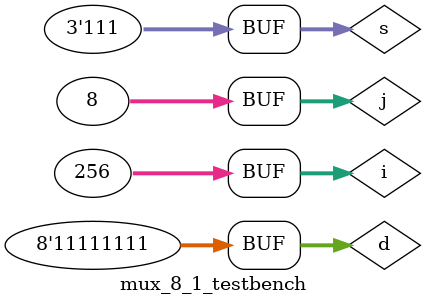
<source format=sv>

`timescale 1ns/10ps

module mux_8_1(d, s, y);
	input logic [7:0] d;
	input logic [2:0] s;
	output logic y;
	
	logic [1:0] out;
	
	mux_4_1 m1 (.d(d[3:0]), .s(s[1:0]), .y(out[0]));
	mux_4_1 m2 (.d(d[7:4]), .s(s[1:0]), .y(out[1]));
	mux_2_1 m3 (.d(out), .s(s[2]), .y(y));
	
endmodule


module mux_8_1_testbench();
	logic [7:0] d;
	logic [2:0] s;
	logic y;
	
	mux_8_1 dut (.d, .s, .y);
	
	integer i, j;
	
	initial begin											// Tests all possible inputs
		for (i = 0; i < 2**8; i++) begin
			for (j = 0; j < 2**3; j++) begin
				d = i;
				s = j;
				
			end
		end
	end
	
endmodule


</source>
